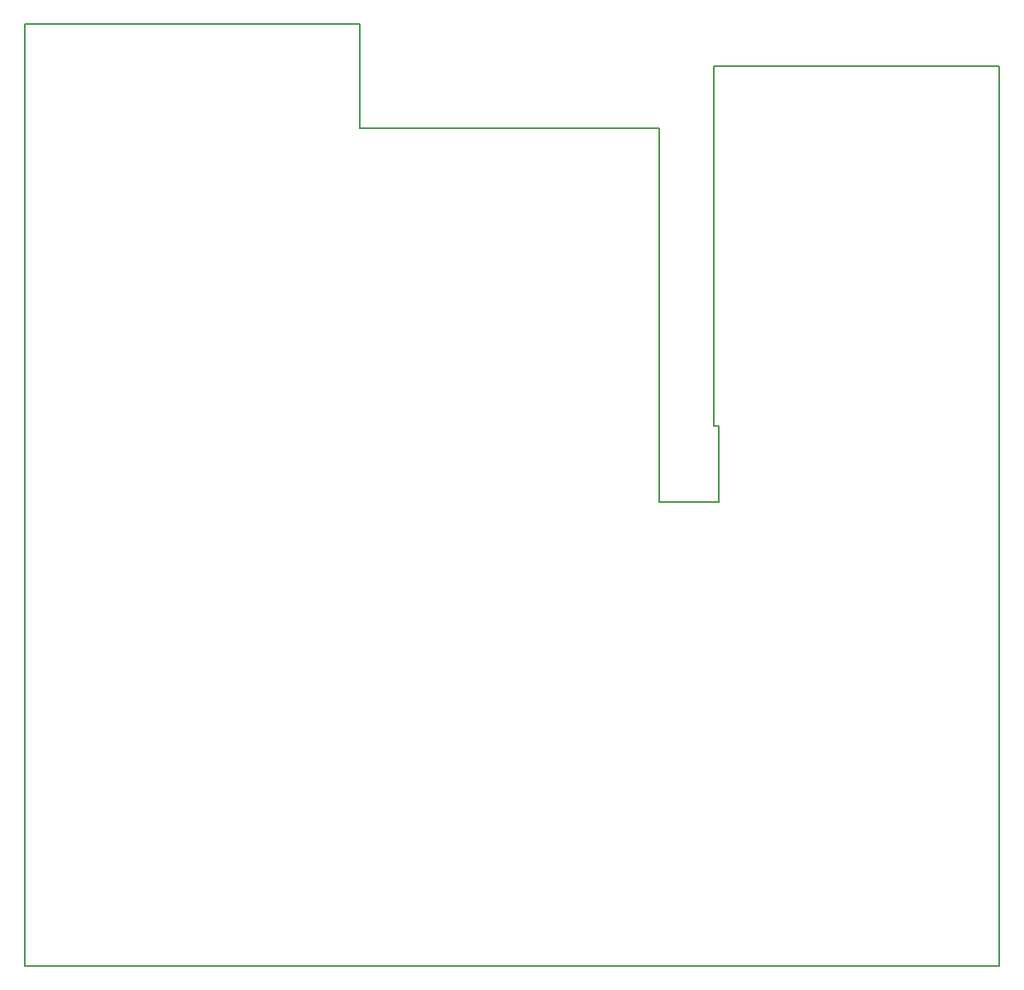
<source format=gm1>
G04 #@! TF.GenerationSoftware,KiCad,Pcbnew,5.0.2+dfsg1-1~bpo9+1*
G04 #@! TF.CreationDate,2020-01-19T21:42:18+01:00*
G04 #@! TF.ProjectId,PCB_I2C,5043425f-4932-4432-9e6b-696361645f70,V0-20*
G04 #@! TF.SameCoordinates,Original*
G04 #@! TF.FileFunction,Profile,NP*
%FSLAX46Y46*%
G04 Gerber Fmt 4.6, Leading zero omitted, Abs format (unit mm)*
G04 Created by KiCad (PCBNEW 5.0.2+dfsg1-1~bpo9+1) date dim. 19 janv. 2020 21:42:18 CET*
%MOMM*%
%LPD*%
G01*
G04 APERTURE LIST*
%ADD10C,0.150000*%
G04 APERTURE END LIST*
D10*
X144907000Y-60198000D02*
X114300000Y-60198000D01*
X144907000Y-98425000D02*
X144907000Y-60198000D01*
X151003000Y-98425000D02*
X144907000Y-98425000D01*
X151003000Y-90678000D02*
X151003000Y-98425000D01*
X150495000Y-90678000D02*
X151003000Y-90678000D01*
X150495000Y-53848000D02*
X150495000Y-90678000D01*
X179705000Y-53848000D02*
X150495000Y-53848000D01*
X179705000Y-145923000D02*
X179705000Y-53848000D01*
X179705000Y-145923000D02*
X80010000Y-145923000D01*
X80010000Y-145923000D02*
X80010000Y-49530000D01*
X114300000Y-49530000D02*
X114300000Y-60198000D01*
X80010000Y-49530000D02*
X114300000Y-49530000D01*
M02*

</source>
